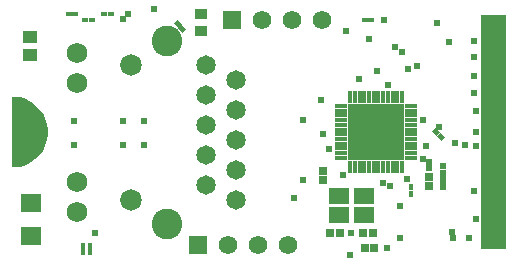
<source format=gts>
G04*
G04 #@! TF.GenerationSoftware,Altium Limited,Altium Designer,22.7.1 (60)*
G04*
G04 Layer_Color=8388736*
%FSLAX44Y44*%
%MOMM*%
G71*
G04*
G04 #@! TF.SameCoordinates,2F50B947-C67E-4D0A-9455-C6AB2E86B346*
G04*
G04*
G04 #@! TF.FilePolarity,Negative*
G04*
G01*
G75*
%ADD30R,0.6532X0.6532*%
%ADD31R,1.1032X0.9032*%
G04:AMPARAMS|DCode=32|XSize=0.4532mm|YSize=0.5532mm|CornerRadius=0mm|HoleSize=0mm|Usage=FLASHONLY|Rotation=45.000|XOffset=0mm|YOffset=0mm|HoleType=Round|Shape=Rectangle|*
%AMROTATEDRECTD32*
4,1,4,0.0354,-0.3558,-0.3558,0.0354,-0.0354,0.3558,0.3558,-0.0354,0.0354,-0.3558,0.0*
%
%ADD32ROTATEDRECTD32*%

%ADD33R,1.7032X1.6032*%
%ADD34R,0.5532X0.4532*%
%ADD35R,1.1532X1.1032*%
%ADD36R,0.4532X0.5532*%
%ADD37R,0.6032X0.8282*%
%ADD38R,0.7232X0.7632*%
%ADD39R,0.7832X0.7432*%
%ADD40R,1.0532X0.4032*%
%ADD41R,0.4032X1.0532*%
%ADD42R,4.8532X4.8532*%
%ADD43R,0.7632X0.7232*%
%ADD44R,1.7032X1.4032*%
%ADD45R,1.7032X0.5532*%
%ADD46C,1.8282*%
%ADD47C,2.6032*%
%ADD48C,1.7332*%
%ADD49C,1.6492*%
%ADD50R,1.5700X1.5700*%
%ADD51C,1.5700*%
%ADD52C,0.6032*%
%ADD53C,1.4732*%
G36*
X373580Y249250D02*
X373578Y50750D01*
X352580Y50750D01*
X352580Y249250D01*
X373580Y249250D01*
D02*
G37*
G36*
X-44375Y119913D02*
X-42014D01*
X-37350Y120652D01*
X-32859Y122111D01*
X-28651Y124255D01*
X-24831Y127030D01*
X-21492Y130369D01*
X-18717Y134190D01*
X-16573Y138397D01*
X-15114Y142888D01*
X-14375Y147552D01*
Y152274D01*
X-15114Y156938D01*
X-16573Y161429D01*
X-18717Y165636D01*
X-21492Y169457D01*
X-24831Y172796D01*
X-28651Y175571D01*
X-32859Y177715D01*
X-37350Y179174D01*
X-42014Y179913D01*
X-44375D01*
D01*
Y119913D01*
D02*
G37*
D30*
X218640Y117030D02*
D03*
Y109030D02*
D03*
D31*
X115008Y235570D02*
D03*
Y249570D02*
D03*
D32*
X95792Y241467D02*
D03*
X99681Y237577D02*
D03*
X318375Y145884D02*
D03*
X314485Y149773D02*
D03*
D33*
X-28248Y89946D02*
D03*
Y61946D02*
D03*
D34*
X8792Y249936D02*
D03*
X3292D02*
D03*
X17516Y245110D02*
D03*
X23016D02*
D03*
X38764Y250190D02*
D03*
X33264D02*
D03*
X259490Y245110D02*
D03*
X253990D02*
D03*
D35*
X-29010Y230258D02*
D03*
Y215258D02*
D03*
D36*
X15440Y53550D02*
D03*
Y48050D02*
D03*
X21790Y48050D02*
D03*
Y53550D02*
D03*
X293570Y97580D02*
D03*
Y103080D02*
D03*
D37*
X320240Y105100D02*
D03*
Y113340D02*
D03*
D38*
X308810Y111850D02*
D03*
Y104050D02*
D03*
D39*
X224900Y64770D02*
D03*
X232700D02*
D03*
X260640D02*
D03*
X252840D02*
D03*
D40*
X234080Y128000D02*
D03*
Y132000D02*
D03*
Y140000D02*
D03*
Y144000D02*
D03*
Y152000D02*
D03*
Y156000D02*
D03*
Y164000D02*
D03*
Y168000D02*
D03*
Y172000D02*
D03*
X293080D02*
D03*
Y168000D02*
D03*
Y156000D02*
D03*
Y152000D02*
D03*
Y148000D02*
D03*
Y140000D02*
D03*
Y164000D02*
D03*
Y128000D02*
D03*
Y160000D02*
D03*
X234080D02*
D03*
Y136000D02*
D03*
X293080Y144000D02*
D03*
X234080Y148000D02*
D03*
X293080Y132000D02*
D03*
Y136000D02*
D03*
D41*
X241580Y179500D02*
D03*
X245580D02*
D03*
X253580D02*
D03*
X257580D02*
D03*
X261580D02*
D03*
X265580D02*
D03*
X269580D02*
D03*
X277580D02*
D03*
X281580D02*
D03*
X285580D02*
D03*
Y120500D02*
D03*
X281580D02*
D03*
X257580D02*
D03*
X253580D02*
D03*
X249580D02*
D03*
X245580D02*
D03*
X241580D02*
D03*
X273580Y179500D02*
D03*
X249580D02*
D03*
X273580Y120500D02*
D03*
X269580D02*
D03*
X277580D02*
D03*
X261580D02*
D03*
X265580D02*
D03*
D42*
X263580Y150000D02*
D03*
D43*
X254210Y52070D02*
D03*
X261810D02*
D03*
D44*
X253270Y79630D02*
D03*
X232270D02*
D03*
Y95630D02*
D03*
X253270D02*
D03*
D45*
X361080Y242500D02*
D03*
Y237500D02*
D03*
Y232500D02*
D03*
Y227500D02*
D03*
Y222500D02*
D03*
Y217500D02*
D03*
Y212500D02*
D03*
Y207500D02*
D03*
Y202500D02*
D03*
Y197500D02*
D03*
Y192500D02*
D03*
Y187500D02*
D03*
Y182500D02*
D03*
Y177500D02*
D03*
Y172500D02*
D03*
Y167500D02*
D03*
Y162500D02*
D03*
Y157500D02*
D03*
Y152500D02*
D03*
Y147500D02*
D03*
Y142500D02*
D03*
Y137500D02*
D03*
Y112500D02*
D03*
Y107500D02*
D03*
Y102500D02*
D03*
Y97500D02*
D03*
Y92500D02*
D03*
Y87500D02*
D03*
Y82500D02*
D03*
Y77500D02*
D03*
Y72500D02*
D03*
Y67500D02*
D03*
Y62500D02*
D03*
Y57500D02*
D03*
D46*
X56080Y207010D02*
D03*
Y92710D02*
D03*
D47*
X86580Y227310D02*
D03*
Y72410D02*
D03*
D48*
X10380Y217160D02*
D03*
Y191760D02*
D03*
Y107960D02*
D03*
Y82560D02*
D03*
D49*
X119580Y207010D02*
D03*
X144980Y194310D02*
D03*
X119580Y181610D02*
D03*
X144980Y168910D02*
D03*
X119580Y156210D02*
D03*
X144980Y143510D02*
D03*
X119580Y130810D02*
D03*
X144980Y118110D02*
D03*
X119580Y105410D02*
D03*
X144980Y92710D02*
D03*
D50*
X141932Y244856D02*
D03*
X112722Y54610D02*
D03*
D51*
X167332Y244856D02*
D03*
X192732D02*
D03*
X218132D02*
D03*
X138122Y54610D02*
D03*
X163522D02*
D03*
X188922D02*
D03*
D52*
X279346Y134366D02*
D03*
X248104Y165608D02*
D03*
X194256Y94488D02*
D03*
X202130Y109220D02*
D03*
Y160020D02*
D03*
X347926Y137922D02*
D03*
X347940Y149860D02*
D03*
X346148Y182626D02*
D03*
Y197358D02*
D03*
X347926Y167640D02*
D03*
X237944Y235458D02*
D03*
X327606Y65532D02*
D03*
X316684Y154432D02*
D03*
X346148Y99822D02*
D03*
X270564Y245065D02*
D03*
X242770Y64770D02*
D03*
X338528Y139192D02*
D03*
X289868Y109937D02*
D03*
X235404Y113538D02*
D03*
X217224Y176739D02*
D03*
X264436Y201176D02*
D03*
X325574Y226568D02*
D03*
X330654Y140970D02*
D03*
X249374Y195072D02*
D03*
X273580Y190000D02*
D03*
X346148Y226822D02*
D03*
Y213106D02*
D03*
X348434Y76200D02*
D03*
X291030Y203520D02*
D03*
X298650Y205740D02*
D03*
X7566Y139192D02*
D03*
Y159512D02*
D03*
X284172Y60452D02*
D03*
Y87630D02*
D03*
X48968Y139192D02*
D03*
Y159512D02*
D03*
X67256Y139192D02*
D03*
Y159512D02*
D03*
X241754Y45720D02*
D03*
X328876Y59944D02*
D03*
X279211Y222240D02*
D03*
X285950Y217750D02*
D03*
X315414Y242062D02*
D03*
X342338Y59944D02*
D03*
X53794Y249682D02*
D03*
X48968Y245618D02*
D03*
X75892Y253815D02*
D03*
X258010Y228600D02*
D03*
X308810Y124460D02*
D03*
X306270Y138430D02*
D03*
X25600Y64770D02*
D03*
X303662Y126932D02*
D03*
X269440Y106680D02*
D03*
X218640Y148140D02*
D03*
X223720Y135890D02*
D03*
X275790Y104140D02*
D03*
X303580Y160000D02*
D03*
X308810Y119160D02*
D03*
X319980Y121270D02*
D03*
X273250Y52070D02*
D03*
D53*
X263580Y150000D02*
D03*
M02*

</source>
